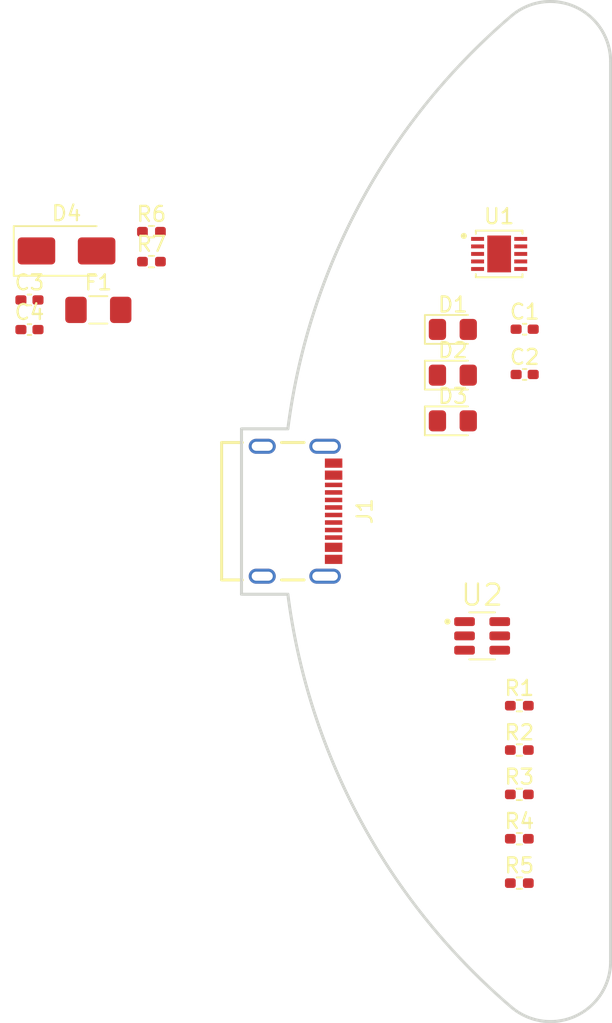
<source format=kicad_pcb>
(kicad_pcb (version 20240108) (generator "pcbnew") (generator_version "8.0")
  (layers (0 "F.Cu" signal) (31 "B.Cu" signal) (34 "B.Paste" user) (35 "F.Paste" user) (36 "B.SilkS" user "B.Silkscreen") (37 "F.SilkS" user "F.Silkscreen") (38 "B.Mask" user) (39 "F.Mask" user) (44 "Edge.Cuts" user))
  (net 0 "")
  (net 1 "+5V")
  (net 2 "GND")
  (net 3 "+BATT")
  (net 4 "Net-(D1-K)")
  (net 5 "Net-(D2-K)")
  (net 6 "Net-(D3-K)")
  (net 15 "Net-(U1-STAT1)")
  (net 16 "Net-(U1-STAT2)")
  (net 17 "Net-(U1-~{PG})")
  (net 18 "Net-(U1-PROG)")
  (net 19 "Net-(U1-THERM)")
  (net 20 "/Led_V+")
  (net 21 "Net-(D4-A)")
  (net 22 "BatteryPole+")
  (net 23 "Net-(U2-FB)")
  (footprint "LAMP_OUTDOOR_BATTERY:USB-C Connecteur 16p" (layer "F.Cu") (at 170.48 91.48 -90)
    (property "Reference" "J1" (at 0 -6.815 90) (layer "F.SilkS"))
    (property "Value" "629722000214")
    (fp_line (start -4.57 2.7) (end 4.57 2.7) (stroke (width 0.2)) (layer "F.SilkS"))
    (fp_line (start 4.57 2.7) (end 4.57 1.32) (stroke (width 0.2)) (layer "F.SilkS"))
    (fp_line (start -4.57 1.32) (end -4.57 2.7) (stroke (width 0.2)) (layer "F.SilkS"))
    (fp_line (start 4.57 -1.28) (end 4.57 -2.78) (stroke (width 0.2)) (layer "F.SilkS"))
    (fp_line (start -4.57 -2.78) (end -4.57 -1.28) (stroke (width 0.2)) (layer "F.SilkS"))
    (fp_text user "PCB Cutout Area" (at 4.3 0.02 90) (layer "Edge.Cuts") (effects (font (size 0.1 0.1))))
    (fp_text user "PCB Cutout Area" (at -4.3 -4.18 90) (layer "Edge.Cuts") (effects (font (size 0.1 0.1))))
    (fp_text user "PCB Cutout Area" (at -4.3 0.02 90) (layer "Edge.Cuts") (effects (font (size 0.1 0.1))))
    (fp_text user "PCB Cutout Area" (at 4.3 -4.18 90) (layer "Edge.Cuts") (effects (font (size 0.1 0.1))))
    (pad "" np_thru_hole circle (at -2.89 -3.68 270) (size 0.65 0.65) (drill 0.65) (layers "*.Cu" "*.Mask"))
    (pad "" np_thru_hole circle (at 2.89 -3.68 270) (size 0.65 0.65) (drill 0.65) (layers "*.Cu" "*.Mask"))
    (pad "A1" smd custom (at -3.35 -4.745 270) (size 0.3 1.15) (layers "F.Cu") (net 2 "GND") (options (clearance outline) (anchor rect)) (primitives (gr_poly (pts (xy -0.15 -0.575) (xy -0.15 0.575) (xy 0.45 0.575) (xy 0.45 -0.575)) (width 0.01) (fill yes))))
    (pad "A4" smd custom (at -2.55 -4.745 270) (size 0.3 1.15) (layers "F.Cu") (net 1 "+5V") (options (clearance outline) (anchor rect)) (primitives (gr_poly (pts (xy -0.15 -0.575) (xy -0.15 0.575) (xy 0.45 0.575) (xy 0.45 -0.575)) (width 0.01) (fill yes))))
    (pad "A5" smd rect (at -1.25 -4.745 270) (size 0.3 1.15) (layers "F.Cu" "F.Paste" "F.Mask"))
    (pad "A6" smd rect (at -0.25 -4.745 270) (size 0.3 1.15) (layers "F.Cu" "F.Paste" "F.Mask"))
    (pad "A7" smd rect (at 0.25 -4.745 270) (size 0.3 1.15) (layers "F.Cu" "F.Paste" "F.Mask"))
    (pad "A8" smd rect (at 1.25 -4.745 270) (size 0.3 1.15) (layers "F.Cu" "F.Paste" "F.Mask"))
    (pad "A9" smd custom (at 2.55 -4.745 270) (size 0.3 1.15) (layers "F.Cu") (net 1 "+5V") (options (clearance outline) (anchor rect)) (primitives (gr_poly (pts (xy -0.45 -0.575) (xy -0.45 0.575) (xy 0.15 0.575) (xy 0.15 -0.575)) (width 0.01) (fill yes))))
    (pad "A12" smd custom (at 3.35 -4.745 270) (size 0.3 1.15) (layers "F.Cu") (net 2 "GND") (options (clearance outline) (anchor rect)) (primitives (gr_poly (pts (xy -0.45 -0.575) (xy -0.45 0.575) (xy 0.15 0.575) (xy 0.15 -0.575)) (width 0.01) (fill yes))))
    (pad "B1" smd rect (at 3.05 -4.745 270) (size 0.3 1.15) (layers "F.Cu") (net 2 "GND"))
    (pad "B4" smd rect (at 2.25 -4.745 270) (size 0.3 1.15) (layers "F.Cu") (net 1 "+5V"))
    (pad "B5" smd rect (at 1.75 -4.745 270) (size 0.3 1.15) (layers "F.Cu" "F.Paste" "F.Mask"))
    (pad "B6" smd rect (at 0.75 -4.745 270) (size 0.3 1.15) (layers "F.Cu" "F.Paste" "F.Mask"))
    (pad "B7" smd rect (at -0.75 -4.745 270) (size 0.3 1.15) (layers "F.Cu" "F.Paste" "F.Mask"))
    (pad "B8" smd rect (at -1.75 -4.745 270) (size 0.3 1.15) (layers "F.Cu" "F.Paste" "F.Mask"))
    (pad "B9" smd rect (at -2.25 -4.745 270) (size 0.3 1.15) (layers "F.Cu") (net 1 "+5V"))
    (pad "B12" smd rect (at -3.05 -4.745 270) (size 0.3 1.15) (layers "F.Cu") (net 2 "GND"))
    (pad "S1" thru_hole oval (at -4.32 -4.18 270) (size 1 2.1) (drill oval 0.6 1.7) (layers "*.Cu" "*.Mask") (net 2 "GND"))
    (pad "S2" thru_hole oval (at 4.32 -4.18 270) (size 1 2.1) (drill oval 0.6 1.7) (layers "*.Cu" "*.Mask") (net 2 "GND"))
    (pad "S3" thru_hole oval (at -4.32 0 270) (size 1 1.8) (drill oval 0.6 1.4) (layers "*.Cu" "*.Mask") (net 2 "GND"))
    (pad "S4" thru_hole oval (at 4.32 0 270) (size 1 1.8) (drill oval 0.6 1.4) (layers "*.Cu" "*.Mask") (net 2 "GND"))
  )
  (footprint "LAMP_OUTDOOR_BATTERY:MCP73833" (layer "F.Cu") (at 186.2325 74.37)
    (property "Reference" "U1" (at -0.0025 -2.5 0) (layer "F.SilkS") (effects (font (size 1.00163 1.00163))))
    (property "Value" "MCP73833-FCI_UN" (hide yes))
    (fp_line (start -1.55 -1.55) (end -1.55 -1.345) (stroke (width 0.127)) (layer "F.SilkS"))
    (fp_line (start -1.55 1.55) (end -1.55 1.345) (stroke (width 0.127)) (layer "F.SilkS"))
    (fp_line (start -1.55 1.55) (end 1.55 1.55) (stroke (width 0.127)) (layer "F.SilkS"))
    (fp_line (start 1.55 -1.55) (end -1.55 -1.55) (stroke (width 0.127)) (layer "F.SilkS"))
    (fp_line (start 1.55 -1.55) (end 1.55 -1.345) (stroke (width 0.127)) (layer "F.SilkS"))
    (fp_line (start 1.55 1.55) (end 1.55 1.345) (stroke (width 0.127)) (layer "F.SilkS"))
    (fp_circle (center -2.35 -1.2) (end -2.25 -1.2) (stroke (width 0.2)) (fill none) (layer "F.SilkS"))
    (pad "1" smd rect (at -1.435 -1) (size 0.86 0.26) (layers "F.Cu" "F.Paste" "F.Mask") (net 1 "+5V"))
    (pad "2" smd rect (at -1.435 -0.5) (size 0.86 0.26) (layers "F.Cu" "F.Paste" "F.Mask") (net 1 "+5V"))
    (pad "3" smd rect (at -1.435 0) (size 0.86 0.26) (layers "F.Cu" "F.Paste" "F.Mask") (net 15 "Net-(U1-STAT1)"))
    (pad "4" smd rect (at -1.435 0.5) (size 0.86 0.26) (layers "F.Cu" "F.Paste" "F.Mask") (net 16 "Net-(U1-STAT2)"))
    (pad "5" smd rect (at -1.435 1) (size 0.86 0.26) (layers "F.Cu" "F.Paste" "F.Mask") (net 2 "GND"))
    (pad "6" smd rect (at 1.435 1) (size 0.86 0.26) (layers "F.Cu" "F.Paste" "F.Mask") (net 18 "Net-(U1-PROG)"))
    (pad "7" smd rect (at 1.435 0.5) (size 0.86 0.26) (layers "F.Cu" "F.Paste" "F.Mask") (net 17 "Net-(U1-~{PG})"))
    (pad "8" smd rect (at 1.435 0) (size 0.86 0.26) (layers "F.Cu" "F.Paste" "F.Mask") (net 19 "Net-(U1-THERM)"))
    (pad "9" smd rect (at 1.435 -0.5) (size 0.86 0.26) (layers "F.Cu" "F.Paste" "F.Mask") (net 3 "+BATT"))
    (pad "10" smd rect (at 1.435 -1) (size 0.86 0.26) (layers "F.Cu" "F.Paste" "F.Mask") (net 3 "+BATT"))
    (pad "11" smd rect (at 0 0) (size 1.575 2.45) (layers "F.Cu" "F.Mask"))
  )
  (footprint "Resistor_SMD:R_0402_1005Metric_Pad0.72x0.64mm_HandSolder" (layer "F.Cu") (at 187.5725 110.31)
    (property "Reference" "R3" (at 0 -1.17 0) (layer "F.SilkS"))
    (property "Value" "1K")
    (fp_line (start -0.167621 -0.38) (end 0.167621 -0.38) (stroke (width 0.12)) (layer "F.SilkS"))
    (fp_line (start -0.167621 0.38) (end 0.167621 0.38) (stroke (width 0.12)) (layer "F.SilkS"))
    (pad "1" smd roundrect (at -0.5975 0) (size 0.715 0.64) (layers "F.Cu" "F.Paste" "F.Mask") (net 6 "Net-(D3-K)"))
    (pad "2" smd roundrect (at 0.5975 0) (size 0.715 0.64) (layers "F.Cu" "F.Paste" "F.Mask") (net 17 "Net-(U1-~{PG})"))
  )
  (footprint "LED_SMD:LED_0805_2012Metric_Pad1.15x1.40mm_HandSolder" (layer "F.Cu") (at 183.1525 85.47)
    (property "Reference" "D3" (at 0 -1.65 0) (layer "F.SilkS"))
    (property "Value" "LED")
    (fp_line (start -1.86 -0.96) (end -1.86 0.96) (stroke (width 0.12)) (layer "F.SilkS"))
    (fp_line (start -1.86 0.96) (end 1 0.96) (stroke (width 0.12)) (layer "F.SilkS"))
    (fp_line (start 1 -0.96) (end -1.86 -0.96) (stroke (width 0.12)) (layer "F.SilkS"))
    (pad "1" smd roundrect (at -1.025 0) (size 1.15 1.4) (layers "F.Cu" "F.Paste" "F.Mask") (roundrect_rratio 0.217391) (net 6 "Net-(D3-K)"))
    (pad "2" smd roundrect (at 1.025 0) (size 1.15 1.4) (layers "F.Cu" "F.Paste" "F.Mask") (roundrect_rratio 0.217391) (net 1 "+5V"))
  )
  (footprint "Capacitor_SMD:C_0402_1005Metric_Pad0.74x0.62mm_HandSolder" (layer "F.Cu") (at 187.9275 82.385)
    (property "Reference" "C2" (at 0 -1.16 0) (layer "F.SilkS"))
    (property "Value" "1uF")
    (fp_line (start -0.115835 -0.36) (end 0.115835 -0.36) (stroke (width 0.12)) (layer "F.SilkS"))
    (fp_line (start -0.115835 0.36) (end 0.115835 0.36) (stroke (width 0.12)) (layer "F.SilkS"))
    (pad "1" smd roundrect (at -0.5675 0) (size 0.735 0.62) (layers "F.Cu" "F.Paste" "F.Mask") (net 2 "GND"))
    (pad "2" smd roundrect (at 0.5675 0) (size 0.735 0.62) (layers "F.Cu" "F.Paste" "F.Mask") (net 3 "+BATT"))
  )
  (footprint "Capacitor_SMD:C_0402_1005Metric_Pad0.74x0.62mm_HandSolder" (layer "F.Cu") (at 155.0025 77.43)
    (property "Reference" "C3" (at 0 -1.16 0) (layer "F.SilkS"))
    (property "Value" "22uF")
    (fp_line (start -0.115835 -0.36) (end 0.115835 -0.36) (stroke (width 0.12)) (layer "F.SilkS"))
    (fp_line (start -0.115835 0.36) (end 0.115835 0.36) (stroke (width 0.12)) (layer "F.SilkS"))
    (pad "1" smd roundrect (at -0.5675 0) (size 0.735 0.62) (layers "F.Cu" "F.Paste" "F.Mask") (net 2 "GND"))
    (pad "2" smd roundrect (at 0.5675 0) (size 0.735 0.62) (layers "F.Cu" "F.Paste" "F.Mask") (net 3 "+BATT"))
  )
  (footprint "Resistor_SMD:R_0402_1005Metric_Pad0.72x0.64mm_HandSolder" (layer "F.Cu") (at 163.1125 74.88)
    (property "Reference" "R7" (at 0 -1.17 0) (layer "F.SilkS"))
    (property "Value" "15K")
    (fp_line (start -0.167621 -0.38) (end 0.167621 -0.38) (stroke (width 0.12)) (layer "F.SilkS"))
    (fp_line (start -0.167621 0.38) (end 0.167621 0.38) (stroke (width 0.12)) (layer "F.SilkS"))
    (pad "1" smd roundrect (at -0.5975 0) (size 0.715 0.64) (layers "F.Cu" "F.Paste" "F.Mask") (net 23 "Net-(U2-FB)"))
    (pad "2" smd roundrect (at 0.5975 0) (size 0.715 0.64) (layers "F.Cu" "F.Paste" "F.Mask") (net 2 "GND"))
  )
  (footprint "Resistor_SMD:R_0402_1005Metric_Pad0.72x0.64mm_HandSolder" (layer "F.Cu") (at 187.5725 113.26)
    (property "Reference" "R4" (at 0 -1.17 0) (layer "F.SilkS"))
    (property "Value" "1.11K")
    (fp_line (start -0.167621 -0.38) (end 0.167621 -0.38) (stroke (width 0.12)) (layer "F.SilkS"))
    (fp_line (start -0.167621 0.38) (end 0.167621 0.38) (stroke (width 0.12)) (layer "F.SilkS"))
    (pad "1" smd roundrect (at -0.5975 0) (size 0.715 0.64) (layers "F.Cu" "F.Paste" "F.Mask") (net 18 "Net-(U1-PROG)"))
    (pad "2" smd roundrect (at 0.5975 0) (size 0.715 0.64) (layers "F.Cu" "F.Paste" "F.Mask") (net 2 "GND"))
  )
  (footprint "Resistor_SMD:R_0402_1005Metric_Pad0.72x0.64mm_HandSolder" (layer "F.Cu") (at 187.5725 107.36)
    (property "Reference" "R2" (at 0 -1.17 0) (layer "F.SilkS"))
    (property "Value" "1K")
    (fp_line (start -0.167621 -0.38) (end 0.167621 -0.38) (stroke (width 0.12)) (layer "F.SilkS"))
    (fp_line (start -0.167621 0.38) (end 0.167621 0.38) (stroke (width 0.12)) (layer "F.SilkS"))
    (pad "1" smd roundrect (at -0.5975 0) (size 0.715 0.64) (layers "F.Cu" "F.Paste" "F.Mask") (net 5 "Net-(D2-K)"))
    (pad "2" smd roundrect (at 0.5975 0) (size 0.715 0.64) (layers "F.Cu" "F.Paste" "F.Mask") (net 16 "Net-(U1-STAT2)"))
  )
  (footprint "LED_SMD:LED_0805_2012Metric_Pad1.15x1.40mm_HandSolder" (layer "F.Cu") (at 183.1525 82.43)
    (property "Reference" "D2" (at 0 -1.65 0) (layer "F.SilkS"))
    (property "Value" "LED")
    (fp_line (start -1.86 -0.96) (end -1.86 0.96) (stroke (width 0.12)) (layer "F.SilkS"))
    (fp_line (start -1.86 0.96) (end 1 0.96) (stroke (width 0.12)) (layer "F.SilkS"))
    (fp_line (start 1 -0.96) (end -1.86 -0.96) (stroke (width 0.12)) (layer "F.SilkS"))
    (pad "1" smd roundrect (at -1.025 0) (size 1.15 1.4) (layers "F.Cu" "F.Paste" "F.Mask") (roundrect_rratio 0.217391) (net 5 "Net-(D2-K)"))
    (pad "2" smd roundrect (at 1.025 0) (size 1.15 1.4) (layers "F.Cu" "F.Paste" "F.Mask") (roundrect_rratio 0.217391) (net 1 "+5V"))
  )
  (footprint "Resistor_SMD:R_0402_1005Metric_Pad0.72x0.64mm_HandSolder" (layer "F.Cu") (at 163.1125 72.89)
    (property "Reference" "R6" (at 0 -1.17 0) (layer "F.SilkS"))
    (property "Value" "110K")
    (fp_line (start -0.167621 -0.38) (end 0.167621 -0.38) (stroke (width 0.12)) (layer "F.SilkS"))
    (fp_line (start -0.167621 0.38) (end 0.167621 0.38) (stroke (width 0.12)) (layer "F.SilkS"))
    (pad "1" smd roundrect (at -0.5975 0) (size 0.715 0.64) (layers "F.Cu" "F.Paste" "F.Mask") (net 20 "/Led_V+"))
    (pad "2" smd roundrect (at 0.5975 0) (size 0.715 0.64) (layers "F.Cu" "F.Paste" "F.Mask") (net 23 "Net-(U2-FB)"))
  )
  (footprint "Resistor_SMD:R_0402_1005Metric_Pad0.72x0.64mm_HandSolder" (layer "F.Cu") (at 187.5725 116.21)
    (property "Reference" "R5" (at 0 -1.17 0) (layer "F.SilkS"))
    (property "Value" "10K")
    (fp_line (start -0.167621 -0.38) (end 0.167621 -0.38) (stroke (width 0.12)) (layer "F.SilkS"))
    (fp_line (start -0.167621 0.38) (end 0.167621 0.38) (stroke (width 0.12)) (layer "F.SilkS"))
    (pad "1" smd roundrect (at -0.5975 0) (size 0.715 0.64) (layers "F.Cu" "F.Paste" "F.Mask") (net 19 "Net-(U1-THERM)"))
    (pad "2" smd roundrect (at 0.5975 0) (size 0.715 0.64) (layers "F.Cu" "F.Paste" "F.Mask") (net 2 "GND"))
  )
  (footprint "LED_SMD:LED_0805_2012Metric_Pad1.15x1.40mm_HandSolder" (layer "F.Cu") (at 183.1525 79.39)
    (property "Reference" "D1" (at 0 -1.65 0) (layer "F.SilkS"))
    (property "Value" "LED")
    (fp_line (start -1.86 -0.96) (end -1.86 0.96) (stroke (width 0.12)) (layer "F.SilkS"))
    (fp_line (start -1.86 0.96) (end 1 0.96) (stroke (width 0.12)) (layer "F.SilkS"))
    (fp_line (start 1 -0.96) (end -1.86 -0.96) (stroke (width 0.12)) (layer "F.SilkS"))
    (pad "1" smd roundrect (at -1.025 0) (size 1.15 1.4) (layers "F.Cu" "F.Paste" "F.Mask") (roundrect_rratio 0.217391) (net 4 "Net-(D1-K)"))
    (pad "2" smd roundrect (at 1.025 0) (size 1.15 1.4) (layers "F.Cu" "F.Paste" "F.Mask") (roundrect_rratio 0.217391) (net 1 "+5V"))
  )
  (footprint "Fuse:Fuse_1206_3216Metric_Pad1.42x1.75mm_HandSolder" (layer "F.Cu") (at 159.5825 78.09)
    (property "Reference" "F1" (at 0 -1.82 0) (layer "F.SilkS"))
    (property "Value" "Fuse_Small")
    (fp_line (start -0.602064 -0.91) (end 0.602064 -0.91) (stroke (width 0.12)) (layer "F.SilkS"))
    (fp_line (start -0.602064 0.91) (end 0.602064 0.91) (stroke (width 0.12)) (layer "F.SilkS"))
    (pad "1" smd roundrect (at -1.4875 0) (size 1.425 1.75) (layers "F.Cu" "F.Paste" "F.Mask") (roundrect_rratio 0.175439) (net 3 "+BATT"))
    (pad "2" smd roundrect (at 1.4875 0) (size 1.425 1.75) (layers "F.Cu" "F.Paste" "F.Mask") (roundrect_rratio 0.175439) (net 22 "BatteryPole+"))
  )
  (footprint "Capacitor_SMD:C_0402_1005Metric_Pad0.74x0.62mm_HandSolder" (layer "F.Cu") (at 187.9275 79.375)
    (property "Reference" "C1" (at 0 -1.16 0) (layer "F.SilkS"))
    (property "Value" "1uF")
    (fp_line (start -0.115835 -0.36) (end 0.115835 -0.36) (stroke (width 0.12)) (layer "F.SilkS"))
    (fp_line (start -0.115835 0.36) (end 0.115835 0.36) (stroke (width 0.12)) (layer "F.SilkS"))
    (pad "1" smd roundrect (at -0.5675 0) (size 0.735 0.62) (layers "F.Cu" "F.Paste" "F.Mask") (net 2 "GND"))
    (pad "2" smd roundrect (at 0.5675 0) (size 0.735 0.62) (layers "F.Cu" "F.Paste" "F.Mask") (net 1 "+5V"))
  )
  (footprint "LAMP_OUTDOOR_BATTERY:MT3608_SOT95P280X145-6N" (layer "F.Cu") (at 185.1 99.77)
    (property "Reference" "U2" (at -0.01 -2.72 0) (layer "F.SilkS") (effects (font (size 1.4 1.4))))
    (property "Value" "MT3608" (hide yes))
    (fp_line (start -0.85 -1.565) (end 0.85 -1.565) (stroke (width 0.127)) (layer "F.SilkS"))
    (fp_line (start 0.85 1.565) (end -0.85 1.565) (stroke (width 0.127)) (layer "F.SilkS"))
    (fp_circle (center -2.305 -0.95) (end -2.205 -0.95) (stroke (width 0.2)) (fill none) (layer "F.SilkS"))
    (pad "1" smd roundrect (at -1.17 -0.95) (size 1.37 0.59) (layers "F.Cu" "F.Paste" "F.Mask") (net 21 "Net-(D4-A)"))
    (pad "2" smd roundrect (at -1.17 0) (size 1.37 0.59) (layers "F.Cu" "F.Paste" "F.Mask") (net 2 "GND"))
    (pad "3" smd roundrect (at -1.17 0.95) (size 1.37 0.59) (layers "F.Cu" "F.Paste" "F.Mask") (net 23 "Net-(U2-FB)"))
    (pad "4" smd roundrect (at 1.17 0.95) (size 1.37 0.59) (layers "F.Cu" "F.Paste" "F.Mask"))
    (pad "5" smd roundrect (at 1.17 0) (size 1.37 0.59) (layers "F.Cu" "F.Paste" "F.Mask") (net 3 "+BATT"))
    (pad "6" smd roundrect (at 1.17 -0.95) (size 1.37 0.59) (layers "F.Cu" "F.Paste" "F.Mask"))
  )
  (footprint "Capacitor_SMD:C_0402_1005Metric_Pad0.74x0.62mm_HandSolder" (layer "F.Cu") (at 155.0025 79.4)
    (property "Reference" "C4" (at 0 -1.16 0) (layer "F.SilkS"))
    (property "Value" "22uF")
    (fp_line (start -0.115835 -0.36) (end 0.115835 -0.36) (stroke (width 0.12)) (layer "F.SilkS"))
    (fp_line (start -0.115835 0.36) (end 0.115835 0.36) (stroke (width 0.12)) (layer "F.SilkS"))
    (pad "1" smd roundrect (at -0.5675 0) (size 0.735 0.62) (layers "F.Cu" "F.Paste" "F.Mask") (net 2 "GND"))
    (pad "2" smd roundrect (at 0.5675 0) (size 0.735 0.62) (layers "F.Cu" "F.Paste" "F.Mask") (net 20 "/Led_V+"))
  )
  (footprint "Resistor_SMD:R_0402_1005Metric_Pad0.72x0.64mm_HandSolder" (layer "F.Cu") (at 187.5725 104.41)
    (property "Reference" "R1" (at 0 -1.17 0) (layer "F.SilkS"))
    (property "Value" "1K")
    (fp_line (start -0.167621 -0.38) (end 0.167621 -0.38) (stroke (width 0.12)) (layer "F.SilkS"))
    (fp_line (start -0.167621 0.38) (end 0.167621 0.38) (stroke (width 0.12)) (layer "F.SilkS"))
    (pad "1" smd roundrect (at -0.5975 0) (size 0.715 0.64) (layers "F.Cu" "F.Paste" "F.Mask") (net 4 "Net-(D1-K)"))
    (pad "2" smd roundrect (at 0.5975 0) (size 0.715 0.64) (layers "F.Cu" "F.Paste" "F.Mask") (net 15 "Net-(U1-STAT1)"))
  )
  (footprint "Diode_SMD:D_SMA" (layer "F.Cu") (at 157.4675 74.17)
    (property "Reference" "D4" (at 0 -2.5 0) (layer "F.SilkS"))
    (property "Value" "SS24")
    (fp_line (start -3.51 -1.65) (end -3.51 1.65) (stroke (width 0.12)) (layer "F.SilkS"))
    (fp_line (start -3.51 -1.65) (end 2 -1.65) (stroke (width 0.12)) (layer "F.SilkS"))
    (fp_line (start -3.51 1.65) (end 2 1.65) (stroke (width 0.12)) (layer "F.SilkS"))
    (pad "1" smd roundrect (at -2 0) (size 2.5 1.8) (layers "F.Cu" "F.Paste" "F.Mask") (roundrect_rratio 0.1388888889) (net 20 "/Led_V+"))
    (pad "2" smd roundrect (at 2 0) (size 2.5 1.8) (layers "F.Cu" "F.Paste" "F.Mask") (roundrect_rratio 0.1388888889) (net 21 "Net-(D4-A)"))
  )
  (gr_line (start 172.18357 86) (end 169.1 86) (stroke (width 0.2)) (layer "Edge.Cuts"))
  (gr_arc (start 172.18357 86) (mid 177.054854 70.883138) (end 187.048164 58.538802) (stroke (width 0.2)) (layer "Edge.Cuts"))
  (gr_line (start 169.1 97) (end 172.183562 97) (stroke (width 0.2)) (layer "Edge.Cuts"))
  (gr_arc (start 187.048164 124.461199) (mid 177.054846 112.116865) (end 172.183562 97) (stroke (width 0.2)) (layer "Edge.Cuts"))
  (gr_arc (start 193.642924 121.417016) (mid 191.319352 125.048796) (end 187.048164 124.461199) (stroke (width 0.2)) (layer "Edge.Cuts"))
  (gr_arc (start 187.048164 58.538802) (mid 191.315961 57.949629) (end 193.642924 61.575433) (stroke (width 0.2)) (layer "Edge.Cuts"))
  (gr_line (start 169.1 86) (end 169.1 97) (stroke (width 0.2)) (layer "Edge.Cuts"))
  (gr_line (start 193.642924 121.417016) (end 193.642924 61.575433) (stroke (width 0.2)) (layer "Edge.Cuts"))
)
</source>
